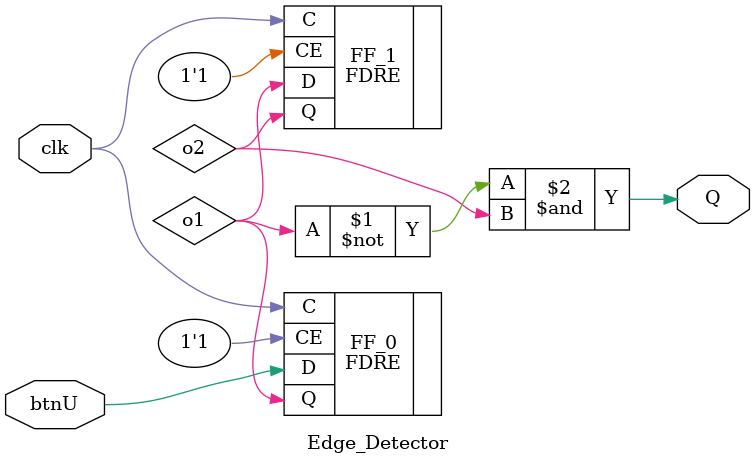
<source format=v>
`timescale 1ns / 1ps


module Edge_Detector(
    input btnU, 
    input clk,
    output Q
    );
    wire o1, o2;
    FDRE #(.INIT(1'b0)) FF_0 (.C(clk), .CE(1'b1), .D(btnU), .Q(o1));
    FDRE #(.INIT(1'b0)) FF_1 (.C(clk), .CE(1'b1), .D(o1), .Q(o2));
    
    assign Q = ~o1 & o2;
endmodule

</source>
